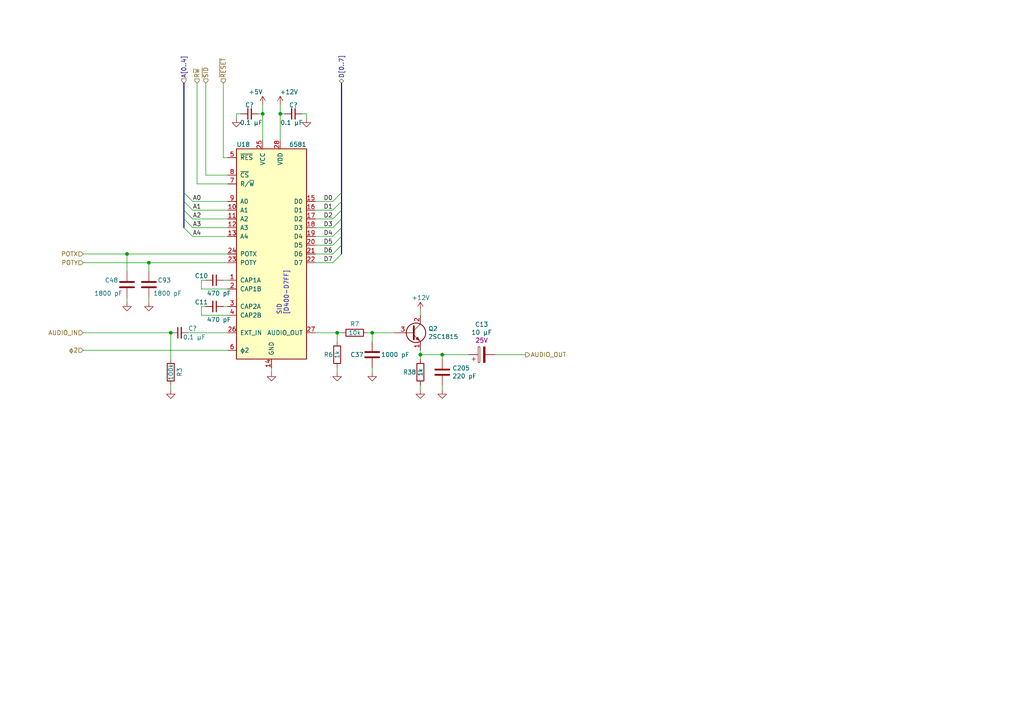
<source format=kicad_sch>
(kicad_sch (version 20231120) (generator "eeschema") (generator_version "8.0")
  (paper "A4")
  (title_block (title "Commodore 64 - Audio section (schematic #251469)") (date "2019-08-11") (rev "0.2") (company "Commodore Business Machines, Inc.") (comment 1 "Based on C64/C64C Service Manual (1992-03) pp. 31-32 [PN-314001-03]") (comment 4 "KiCad schematic capture by Cumbayah! <cumbayah@subetha.dk>"))
  (lib_symbols
    (symbol "Audio_MOSTechnology:6581" (pin_names (offset 1.016))
      (property "Reference" "U" (at -10.16 31.75 0))
      (property "Value" "6581" (at 10.16 31.75 0))
      (symbol "6581_0_1"
        (rectangle (start -10.16 30.48) (end 10.16 -30.48) (stroke (width 0.254)) (fill (type background)))
      )
      (symbol "6581_1_1"
        (pin passive line (at -12.7 -7.62 0) (length 2.54) (name "CAP1A") (number "1"))
        (pin input line (at -12.7 12.7 0) (length 2.54) (name "A1") (number "10"))
        (pin input line (at -12.7 10.16 0) (length 2.54) (name "A2") (number "11"))
        (pin input line (at -12.7 7.62 0) (length 2.54) (name "A3") (number "12"))
        (pin input line (at -12.7 5.08 0) (length 2.54) (name "A4") (number "13"))
        (pin power_in line (at 0 -33.02 90) (length 2.54) (name "GND") (number "14"))
        (pin bidirectional line (at 12.7 15.24 180) (length 2.54) (name "D0") (number "15"))
        (pin bidirectional line (at 12.7 12.7 180) (length 2.54) (name "D1") (number "16"))
        (pin bidirectional line (at 12.7 10.16 180) (length 2.54) (name "D2") (number "17"))
        (pin bidirectional line (at 12.7 7.62 180) (length 2.54) (name "D3") (number "18"))
        (pin bidirectional line (at 12.7 5.08 180) (length 2.54) (name "D4") (number "19"))
        (pin passive line (at -12.7 -10.16 0) (length 2.54) (name "CAP1B") (number "2"))
        (pin bidirectional line (at 12.7 2.54 180) (length 2.54) (name "D5") (number "20"))
        (pin bidirectional line (at 12.7 0 180) (length 2.54) (name "D6") (number "21"))
        (pin bidirectional line (at 12.7 -2.54 180) (length 2.54) (name "D7") (number "22"))
        (pin passive line (at -12.7 -2.54 0) (length 2.54) (name "POTY") (number "23"))
        (pin passive line (at -12.7 0 0) (length 2.54) (name "POTX") (number "24"))
        (pin power_in line (at -2.54 33.02 270) (length 2.54) (name "VCC") (number "25"))
        (pin passive line (at -12.7 -22.86 0) (length 2.54) (name "EXT_IN") (number "26"))
        (pin passive line (at 12.7 -22.86 180) (length 2.54) (name "AUDIO_OUT") (number "27"))
        (pin power_in line (at 2.54 33.02 270) (length 2.54) (name "VDD") (number "28"))
        (pin passive line (at -12.7 -15.24 0) (length 2.54) (name "CAP2A") (number "3"))
        (pin passive line (at -12.7 -17.78 0) (length 2.54) (name "CAP2B") (number "4"))
        (pin input line (at -12.7 27.94 0) (length 2.54) (name "~{RES}") (number "5"))
        (pin input line (at -12.7 -27.94 0) (length 2.54) (name "ϕ2") (number "6"))
        (pin input line (at -12.7 20.32 0) (length 2.54) (name "R/~{W}") (number "7"))
        (pin input line (at -12.7 22.86 0) (length 2.54) (name "~{CS}") (number "8"))
        (pin input line (at -12.7 15.24 0) (length 2.54) (name "A0") (number "9"))
      )
    )
    (symbol "C64B-rescue:+12V-power" (power) (pin_names (offset 0))
      (property "Value" "power_+12V" (at 0 3.556 0))
      (symbol "+12V-power_0_1"
        (polyline (pts (xy -0.762 1.27) (xy 0 2.54)))
        (polyline (pts (xy 0 0) (xy 0 2.54)))
        (polyline (pts (xy 0 2.54) (xy 0.762 1.27)))
      )
      (symbol "+12V-power_1_1"
        (pin power_in line (at 0 0 90) (length 0) hide (name "+12V") (number "1"))
      )
    )
    (symbol "C64B-rescue:+5V-power" (power) (pin_names (offset 0))
      (property "Value" "power_+5V" (at 0 3.556 0))
      (symbol "+5V-power_0_1"
        (polyline (pts (xy -0.762 1.27) (xy 0 2.54)))
        (polyline (pts (xy 0 0) (xy 0 2.54)))
        (polyline (pts (xy 0 2.54) (xy 0.762 1.27)))
      )
      (symbol "+5V-power_1_1"
        (pin power_in line (at 0 0 90) (length 0) hide (name "+5V") (number "1"))
      )
    )
    (symbol "C64B-rescue:CP-Device" (pin_numbers hide) (pin_names (offset 0.254))
      (property "Reference" "C" (at 0.635 2.54 0))
      (property "Value" "Device_CP" (at 0.635 -2.54 0))
      (symbol "CP-Device_0_1"
        (rectangle (start -2.286 0.508) (end 2.286 1.016))
        (polyline (pts (xy -1.778 2.286) (xy -0.762 2.286)))
        (polyline (pts (xy -1.27 2.794) (xy -1.27 1.778)))
        (rectangle (start 2.286 -0.508) (end -2.286 -1.016) (fill (type outline)))
      )
      (symbol "CP-Device_1_1"
        (pin passive line (at 0 3.81 270) (length 2.794) (name "~") (number "1"))
        (pin passive line (at 0 -3.81 90) (length 2.794) (name "~") (number "2"))
      )
    )
    (symbol "C64B-rescue:GND-power" (power) (pin_names (offset 0))
      (property "Value" "power_GND" (at 0 -3.81 0))
      (symbol "GND-power_0_1"
        (polyline (pts (xy 0 0) (xy 0 -1.27) (xy 1.27 -1.27) (xy 0 -2.54) (xy -1.27 -1.27) (xy 0 -1.27)))
      )
      (symbol "GND-power_1_1"
        (pin power_in line (at 0 0 270) (length 0) hide (name "GND") (number "1"))
      )
    )
    (symbol "Device:C" (pin_numbers hide) (pin_names (offset 0.254))
      (property "Reference" "C" (at 0.635 2.54 0))
      (property "Value" "C" (at 0.635 -2.54 0))
      (symbol "C_0_1"
        (polyline (pts (xy -2.032 -0.762) (xy 2.032 -0.762)) (stroke (width 0.508)))
        (polyline (pts (xy -2.032 0.762) (xy 2.032 0.762)) (stroke (width 0.508)))
      )
      (symbol "C_1_1"
        (pin passive line (at 0 3.81 270) (length 2.794) (name "~") (number "1"))
        (pin passive line (at 0 -3.81 90) (length 2.794) (name "~") (number "2"))
      )
    )
    (symbol "Device:C_Small" (pin_numbers hide) (pin_names (offset 0.254) hide)
      (property "Reference" "C" (at 0.254 1.778 0))
      (property "Value" "C_Small" (at 0.254 -2.032 0))
      (symbol "C_Small_0_1"
        (polyline (pts (xy -1.524 -0.508) (xy 1.524 -0.508)) (stroke (width 0.3302)))
        (polyline (pts (xy -1.524 0.508) (xy 1.524 0.508)) (stroke (width 0.3048)))
      )
      (symbol "C_Small_1_1"
        (pin passive line (at 0 2.54 270) (length 2.032) (name "~") (number "1"))
        (pin passive line (at 0 -2.54 90) (length 2.032) (name "~") (number "2"))
      )
    )
    (symbol "Device:R" (pin_numbers hide) (pin_names (offset 0))
      (property "Reference" "R" (at 2.032 0 90))
      (property "Value" "R" (at 0 0 90))
      (symbol "R_0_1"
        (rectangle (start -1.016 -2.54) (end 1.016 2.54) (stroke (width 0.254)))
      )
      (symbol "R_1_1"
        (pin passive line (at 0 3.81 270) (length 1.27) (name "~") (number "1"))
        (pin passive line (at 0 -3.81 90) (length 1.27) (name "~") (number "2"))
      )
    )
    (symbol "Transistor_BJT:2SC1815" (pin_names (offset 0) hide)
      (property "Reference" "Q" (at 5.08 1.905 0))
      (property "Value" "2SC1815" (at 5.08 0 0))
      (symbol "2SC1815_0_1"
        (polyline (pts (xy 0 0) (xy 0.508 0)))
        (polyline (pts (xy 0.635 0.635) (xy 2.54 2.54)))
        (polyline (pts (xy 0.635 -0.635) (xy 2.54 -2.54) (xy 2.54 -2.54)))
        (polyline (pts (xy 0.635 1.905) (xy 0.635 -1.905) (xy 0.635 -1.905)) (stroke (width 0.508)))
        (polyline (pts (xy 1.27 -1.778) (xy 1.778 -1.27) (xy 2.286 -2.286) (xy 1.27 -1.778) (xy 1.27 -1.778)) (fill (type outline)))
        (circle (center 1.27 0) (radius 2.8194) (stroke (width 0.254)))
      )
      (symbol "2SC1815_1_1"
        (pin passive line (at 2.54 -5.08 90) (length 2.54) (name "E") (number "1"))
        (pin passive line (at 2.54 5.08 270) (length 2.54) (name "C") (number "2"))
        (pin input line (at -5.08 0 0) (length 5.08) (name "B") (number "3"))
      )
    )
  )
  (junction (at 76.2 33.02))
  (junction (at 97.79 96.52))
  (junction (at 121.92 102.87))
  (junction (at 128.27 102.87))
  (junction (at 43.18 76.2))
  (junction (at 107.95 96.52))
  (junction (at 36.83 73.66))
  (junction (at 81.28 33.02))
  (junction (at 49.53 96.52))
  (bus_entry (at 55.88 63.5) (size -2.54 -2.54))
  (bus_entry (at 55.88 68.58) (size -2.54 -2.54))
  (bus_entry (at 96.52 58.42) (size 2.54 -2.54))
  (bus_entry (at 96.52 68.58) (size 2.54 -2.54))
  (bus_entry (at 96.52 66.04) (size 2.54 -2.54))
  (bus_entry (at 96.52 60.96) (size 2.54 -2.54))
  (bus_entry (at 96.52 63.5) (size 2.54 -2.54))
  (bus_entry (at 55.88 66.04) (size -2.54 -2.54))
  (bus_entry (at 55.88 60.96) (size -2.54 -2.54))
  (bus_entry (at 96.52 71.12) (size 2.54 -2.54))
  (bus_entry (at 96.52 73.66) (size 2.54 -2.54))
  (bus_entry (at 55.88 58.42) (size -2.54 -2.54))
  (bus_entry (at 96.52 76.2) (size 2.54 -2.54))
  (wire (pts (xy 69.85 33.02) (xy 68.58 33.02)))
  (wire (pts (xy 121.92 102.87) (xy 128.27 102.87)))
  (wire (pts (xy 43.18 86.36) (xy 43.18 87.63)))
  (wire (pts (xy 91.44 63.5) (xy 96.52 63.5)))
  (wire (pts (xy 36.83 73.66) (xy 66.04 73.66)))
  (wire (pts (xy 59.69 50.8) (xy 66.04 50.8)))
  (wire (pts (xy 66.04 68.58) (xy 55.88 68.58)))
  (wire (pts (xy 81.28 40.64) (xy 81.28 33.02)))
  (wire (pts (xy 128.27 102.87) (xy 135.89 102.87)))
  (wire (pts (xy 49.53 113.03) (xy 49.53 111.76)))
  (wire (pts (xy 64.77 45.72) (xy 66.04 45.72)))
  (wire (pts (xy 121.92 102.87) (xy 121.92 104.14)))
  (wire (pts (xy 58.42 88.9) (xy 58.42 91.44)))
  (wire (pts (xy 24.13 101.6) (xy 66.04 101.6)))
  (bus (pts (xy 99.06 71.12) (xy 99.06 73.66)))
  (wire (pts (xy 91.44 58.42) (xy 96.52 58.42)))
  (wire (pts (xy 66.04 81.28) (xy 64.77 81.28)))
  (bus (pts (xy 99.06 24.13) (xy 99.06 55.88)))
  (bus (pts (xy 53.34 55.88) (xy 53.34 58.42)))
  (bus (pts (xy 53.34 60.96) (xy 53.34 63.5)))
  (wire (pts (xy 24.13 96.52) (xy 49.53 96.52)))
  (bus (pts (xy 53.34 63.5) (xy 53.34 66.04)))
  (wire (pts (xy 78.74 107.95) (xy 78.74 106.68)))
  (wire (pts (xy 66.04 58.42) (xy 55.88 58.42)))
  (wire (pts (xy 91.44 71.12) (xy 96.52 71.12)))
  (bus (pts (xy 53.34 24.13) (xy 53.34 55.88)))
  (wire (pts (xy 91.44 76.2) (xy 96.52 76.2)))
  (wire (pts (xy 24.13 76.2) (xy 43.18 76.2)))
  (wire (pts (xy 87.63 33.02) (xy 88.9 33.02)))
  (wire (pts (xy 121.92 101.6) (xy 121.92 102.87)))
  (bus (pts (xy 99.06 66.04) (xy 99.06 68.58)))
  (wire (pts (xy 59.69 88.9) (xy 58.42 88.9)))
  (wire (pts (xy 128.27 111.76) (xy 128.27 113.03)))
  (bus (pts (xy 99.06 63.5) (xy 99.06 66.04)))
  (wire (pts (xy 76.2 33.02) (xy 76.2 30.48)))
  (wire (pts (xy 97.79 107.95) (xy 97.79 106.68)))
  (wire (pts (xy 97.79 96.52) (xy 99.06 96.52)))
  (wire (pts (xy 91.44 96.52) (xy 97.79 96.52)))
  (wire (pts (xy 91.44 60.96) (xy 96.52 60.96)))
  (wire (pts (xy 91.44 68.58) (xy 96.52 68.58)))
  (wire (pts (xy 81.28 33.02) (xy 82.55 33.02)))
  (bus (pts (xy 99.06 60.96) (xy 99.06 63.5)))
  (wire (pts (xy 91.44 66.04) (xy 96.52 66.04)))
  (bus (pts (xy 99.06 58.42) (xy 99.06 60.96)))
  (wire (pts (xy 49.53 96.52) (xy 49.53 104.14)))
  (wire (pts (xy 66.04 60.96) (xy 55.88 60.96)))
  (wire (pts (xy 57.15 53.34) (xy 57.15 24.13)))
  (wire (pts (xy 91.44 73.66) (xy 96.52 73.66)))
  (wire (pts (xy 66.04 53.34) (xy 57.15 53.34)))
  (wire (pts (xy 36.83 86.36) (xy 36.83 87.63)))
  (wire (pts (xy 59.69 24.13) (xy 59.69 50.8)))
  (wire (pts (xy 106.68 96.52) (xy 107.95 96.52)))
  (wire (pts (xy 64.77 24.13) (xy 64.77 45.72)))
  (wire (pts (xy 107.95 99.06) (xy 107.95 96.52)))
  (wire (pts (xy 58.42 81.28) (xy 59.69 81.28)))
  (wire (pts (xy 43.18 78.74) (xy 43.18 76.2)))
  (wire (pts (xy 128.27 104.14) (xy 128.27 102.87)))
  (wire (pts (xy 43.18 76.2) (xy 66.04 76.2)))
  (wire (pts (xy 36.83 78.74) (xy 36.83 73.66)))
  (wire (pts (xy 107.95 107.95) (xy 107.95 106.68)))
  (wire (pts (xy 66.04 66.04) (xy 55.88 66.04)))
  (wire (pts (xy 54.61 96.52) (xy 66.04 96.52)))
  (wire (pts (xy 107.95 96.52) (xy 114.3 96.52)))
  (wire (pts (xy 58.42 83.82) (xy 58.42 81.28)))
  (wire (pts (xy 58.42 91.44) (xy 66.04 91.44)))
  (wire (pts (xy 97.79 99.06) (xy 97.79 96.52)))
  (wire (pts (xy 81.28 33.02) (xy 81.28 30.48)))
  (bus (pts (xy 53.34 58.42) (xy 53.34 60.96)))
  (wire (pts (xy 68.58 33.02) (xy 68.58 34.29)))
  (wire (pts (xy 66.04 83.82) (xy 58.42 83.82)))
  (wire (pts (xy 66.04 63.5) (xy 55.88 63.5)))
  (wire (pts (xy 88.9 33.02) (xy 88.9 34.29)))
  (wire (pts (xy 24.13 73.66) (xy 36.83 73.66)))
  (bus (pts (xy 99.06 68.58) (xy 99.06 71.12)))
  (wire (pts (xy 121.92 113.03) (xy 121.92 111.76)))
  (wire (pts (xy 66.04 88.9) (xy 64.77 88.9)))
  (wire (pts (xy 143.51 102.87) (xy 152.4 102.87)))
  (wire (pts (xy 76.2 40.64) (xy 76.2 33.02)))
  (wire (pts (xy 76.2 33.02) (xy 74.93 33.02)))
  (bus (pts (xy 99.06 55.88) (xy 99.06 58.42)))
  (wire (pts (xy 121.92 90.17) (xy 121.92 91.44)))
  (text "SID\n[D400-D7FF]" (at 83.82 91.44 90) (effects (font (size 1.27 1.27)) (justify left bottom)))
  (label "D5" (at 96.52 71.12 180))
  (label "D6" (at 96.52 73.66 180))
  (label "D0" (at 96.52 58.42 180))
  (label "A1" (at 55.88 60.96 0))
  (label "A2" (at 55.88 63.5 0))
  (label "A0" (at 55.88 58.42 0))
  (label "D7" (at 96.52 76.2 180))
  (label "A3" (at 55.88 66.04 0))
  (label "D1" (at 96.52 60.96 180))
  (label "D3" (at 96.52 66.04 180))
  (label "D2" (at 96.52 63.5 180))
  (label "D4" (at 96.52 68.58 180))
  (label "A4" (at 55.88 68.58 0))
  (hierarchical_label "POTY" (shape input) (at 24.13 76.2 180))
  (hierarchical_label "~{RESET}" (shape input) (at 64.77 24.13 90))
  (hierarchical_label "~{SID}" (shape input) (at 59.69 24.13 90))
  (hierarchical_label "ϕ2" (shape input) (at 24.13 101.6 180))
  (hierarchical_label "R~{W}" (shape input) (at 57.15 24.13 90))
  (hierarchical_label "AUDIO_OUT" (shape output) (at 152.4 102.87 0))
  (hierarchical_label "POTX" (shape input) (at 24.13 73.66 180))
  (hierarchical_label "AUDIO_IN" (shape input) (at 24.13 96.52 180))
  (hierarchical_label "D[0..7]" (shape bidirectional) (at 99.06 24.13 90))
  (hierarchical_label "A[0..4]" (shape input) (at 53.34 24.13 90))
  (symbol (lib_id "Audio_MOSTechnology:6581") (at 78.74 73.66 0) (unit 1)
    (property "Reference" "U18" (at 68.58 41.91 0) (effects (justify left)))
    (property "Value" "6581" (at 88.9 41.91 0) (effects (justify right)))
    (property "Datasheet" "https://archive.org/download/mos_6581_sid_preliminary_october_1982/mos_6581_sid_preliminary_october_1982.pdf" (effects (hide yes)))
  )
  (symbol (lib_id "C64B-rescue:+5V-power") (at 76.2 30.48 0) (mirror y) (unit 1)
    (property "Reference" "#PWR?" (effects (hide yes)))
    (property "Value" "+5V" (at 76.2 26.67 0) (effects (justify left)))
    (instances (project "" (path "" (reference "#PWR?") (unit 1)) (path "" (reference "#PWR0257") (unit 1))))
  )
  (symbol (lib_id "C64B-rescue:GND-power") (at 68.58 34.29 0) (mirror y) (unit 1)
    (property "Reference" "#PWR?" (effects (hide yes)))
    (property "Value" "GND" (effects (hide yes)))
    (instances (project "" (path "" (reference "#PWR?") (unit 1)) (path "" (reference "#PWR0256") (unit 1))))
  )
  (symbol (lib_id "Device:C_Small") (at 72.39 33.02 90) (mirror x) (unit 1)
    (property "Reference" "C?" (at 73.66 30.48 90) (effects (justify left)))
    (property "Value" "0.1 μF" (at 76.2 35.56 90) (effects (justify left)))
    (property "Type" "Ceramic" (effects (hide yes)))
    (property "Voltage Rating" "50V" (effects (hide yes)))
    (instances (project "" (path "" (reference "C?") (unit 1)) (path "" (reference "C50") (unit 1))))
  )
  (symbol (lib_id "C64B-rescue:GND-power") (at 88.9 34.29 0) (unit 1)
    (property "Reference" "#PWR?" (effects (hide yes)))
    (property "Value" "GND" (effects (hide yes)))
    (instances (project "" (path "" (reference "#PWR?") (unit 1)) (path "" (reference "#PWR0255") (unit 1))))
  )
  (symbol (lib_id "Device:C_Small") (at 85.09 33.02 270) (unit 1)
    (property "Reference" "C?" (at 83.82 30.48 90) (effects (justify left)))
    (property "Value" "0.1 μF" (at 81.28 35.56 90) (effects (justify left)))
    (property "Type" "Ceramic" (effects (hide yes)))
    (property "Voltage Rating" "50V" (effects (hide yes)))
    (instances (project "" (path "" (reference "C?") (unit 1)) (path "" (reference "C51") (unit 1))))
  )
  (symbol (lib_id "C64B-rescue:+12V-power") (at 81.28 30.48 0) (unit 1)
    (property "Reference" "#PWR0254" (effects (hide yes)))
    (property "Value" "+12V" (at 83.82 26.67 0))
  )
  (symbol (lib_id "C64B-rescue:GND-power") (at 78.74 107.95 0) (unit 1)
    (property "Reference" "#PWR0246" (effects (hide yes)))
    (property "Value" "GND" (effects (hide yes)))
  )
  (symbol (lib_id "Device:C_Small") (at 62.23 88.9 270) (unit 1)
    (property "Reference" "C11" (at 58.42 87.63 90))
    (property "Value" "470 pF" (at 63.5 92.71 90))
    (property "Type" "Ceramic" (effects (hide yes)))
    (property "Voltage Rating" "50V" (effects (hide yes)))
    (property "Voltage Tolerance" "10%" (effects (hide yes)))
  )
  (symbol (lib_id "Device:C_Small") (at 62.23 81.28 270) (unit 1)
    (property "Reference" "C10" (at 58.42 80.01 90))
    (property "Value" "470 pF" (at 63.5 85.09 90))
    (property "Type" "Ceramic" (effects (hide yes)))
    (property "Voltage Rating" "50V" (effects (hide yes)))
    (property "Voltage Tolerance" "10%" (effects (hide yes)))
  )
  (symbol (lib_id "C64B-rescue:GND-power") (at 36.83 87.63 0) (unit 1)
    (property "Reference" "#PWR0252" (effects (hide yes)))
    (property "Value" "GND" (effects (hide yes)))
  )
  (symbol (lib_id "C64B-rescue:GND-power") (at 43.18 87.63 0) (unit 1)
    (property "Reference" "#PWR0253" (effects (hide yes)))
    (property "Value" "GND" (effects (hide yes)))
  )
  (symbol (lib_id "Device:R") (at 97.79 102.87 0) (unit 1)
    (property "Reference" "R6" (at 95.25 102.87 0))
    (property "Value" "1k" (at 97.79 102.87 90))
    (property "Power Rating" "0.25W" (effects (hide yes)))
    (property "Ohmic Tolerance" "5%" (effects (hide yes)))
  )
  (symbol (lib_id "Device:R") (at 102.87 96.52 270) (unit 1)
    (property "Reference" "R7" (at 102.87 93.98 90))
    (property "Value" "10k" (at 102.87 96.52 90))
    (property "Power Rating" "0.25W" (effects (hide yes)))
    (property "Ohmic Tolerance" "5%" (effects (hide yes)))
  )
  (symbol (lib_id "Device:C") (at 107.95 102.87 0) (unit 1)
    (property "Reference" "C37" (at 101.6 102.87 0) (effects (justify left)))
    (property "Value" "1000 pF" (at 110.49 102.87 0) (effects (justify left)))
    (property "Type" "Ceramic" (effects (hide yes)))
    (property "Voltage Rating" "50V" (effects (hide yes)))
    (property "Voltage Tolerance" "10%" (effects (hide yes)))
  )
  (symbol (lib_id "Transistor_BJT:2SC1815") (at 119.38 96.52 0) (unit 1)
    (property "Reference" "Q2" (at 124.206 95.3516 0) (effects (justify left)))
    (property "Value" "2SC1815" (at 124.206 97.663 0) (effects (justify left)))
    (property "Footprint" "Package_TO_SOT_THT:TO-92_Inline" (effects (hide yes)))
    (property "Datasheet" "https://media.digikey.com/pdf/Data%20Sheets/Toshiba%20PDFs/2SC1815.pdf" (effects (hide yes)))
  )
  (symbol (lib_id "Device:R") (at 121.92 107.95 0) (unit 1)
    (property "Reference" "R38" (at 116.84 107.95 0) (effects (justify left)))
    (property "Value" "1k" (at 121.92 109.22 90) (effects (justify left)))
    (property "Power Rating" "0.25W" (effects (hide yes)))
    (property "Ohmic Tolerance" "5%" (effects (hide yes)))
  )
  (symbol (lib_id "Device:C") (at 128.27 107.95 0) (unit 1)
    (property "Reference" "C205" (at 131.191 106.7816 0) (effects (justify left)))
    (property "Value" "220 pF" (at 131.191 109.093 0) (effects (justify left)))
    (property "Type" "Ceramic" (effects (hide yes)))
    (property "Voltage Rating" "50V" (effects (hide yes)))
    (property "Voltage Tolerance" "5%" (effects (hide yes)))
  )
  (symbol (lib_id "C64B-rescue:CP-Device") (at 139.7 102.87 90) (unit 1)
    (property "Reference" "C13" (at 139.7 94.107 90))
    (property "Value" "10 μF" (at 139.7 96.4184 90))
    (property "Voltage Rating" "25V" (at 139.7 98.7298 90))
    (property "Type" "Electrolytic" (effects (hide yes)))
    (property "Voltage Tolerance" "+50% / -10%" (effects (hide yes)))
  )
  (symbol (lib_id "C64B-rescue:+12V-power") (at 121.92 90.17 0) (unit 1)
    (property "Reference" "#PWR0247" (effects (hide yes)))
    (property "Value" "+12V" (at 119.38 86.36 0) (effects (justify left)))
    (instances (project "" (path "" (reference "#PWR0247") (unit 1)) (path "" (reference "#PWR?") (unit 1))))
  )
  (symbol (lib_id "C64B-rescue:GND-power") (at 97.79 107.95 0) (unit 1)
    (property "Reference" "#PWR0248" (effects (hide yes)))
    (property "Value" "GND" (effects (hide yes)))
  )
  (symbol (lib_id "C64B-rescue:GND-power") (at 107.95 107.95 0) (unit 1)
    (property "Reference" "#PWR0249" (effects (hide yes)))
    (property "Value" "GND" (effects (hide yes)))
  )
  (symbol (lib_id "C64B-rescue:GND-power") (at 121.92 113.03 0) (unit 1)
    (property "Reference" "#PWR0250" (effects (hide yes)))
    (property "Value" "GND" (effects (hide yes)))
  )
  (symbol (lib_id "C64B-rescue:GND-power") (at 128.27 113.03 0) (unit 1)
    (property "Reference" "#PWR0251" (effects (hide yes)))
    (property "Value" "GND" (effects (hide yes)))
  )
  (symbol (lib_id "Device:C") (at 36.83 82.55 0) (unit 1)
    (property "Reference" "C48" (at 34.29 81.28 0) (effects (justify right)))
    (property "Value" "1800 pF" (at 35.56 85.09 0) (effects (justify right)))
    (property "Type" "Ceramic" (effects (hide yes)))
    (property "Voltage Rating" "50V" (effects (hide yes)))
    (property "Voltage Tolerance" "10%" (effects (hide yes)))
  )
  (symbol (lib_id "Device:C") (at 43.18 82.55 0) (unit 1)
    (property "Reference" "C93" (at 45.72 81.28 0) (effects (justify left)))
    (property "Value" "1800 pF" (at 44.45 85.09 0) (effects (justify left)))
    (property "Type" "Ceramic" (effects (hide yes)))
    (property "Voltage Rating" "50V" (effects (hide yes)))
    (property "Voltage Tolerance" "10%" (effects (hide yes)))
  )
  (symbol (lib_id "Device:C_Small") (at 52.07 96.52 90) (mirror x) (unit 1)
    (property "Reference" "C?" (at 57.15 95.25 90) (effects (justify left)))
    (property "Value" "0.1 μF" (at 59.69 97.79 90) (effects (justify left)))
    (property "Type" "Ceramic" (effects (hide yes)))
    (property "Voltage Rating" "25V" (effects (hide yes)))
    (instances (project "" (path "" (reference "C?") (unit 1)) (path "" (reference "C12") (unit 1))))
  )
  (symbol (lib_id "Device:R") (at 49.53 107.95 180) (unit 1)
    (property "Reference" "R3" (at 52.07 107.95 90))
    (property "Value" "100k" (at 49.53 107.95 90))
    (property "Power Rating" "0.25W" (effects (hide yes)))
    (property "Ohmic Tolerance" "5%" (effects (hide yes)))
  )
  (symbol (lib_id "C64B-rescue:GND-power") (at 49.53 113.03 0) (unit 1)
    (property "Reference" "#PWR0258" (effects (hide yes)))
    (property "Value" "GND" (effects (hide yes)))
  )
)
</source>
